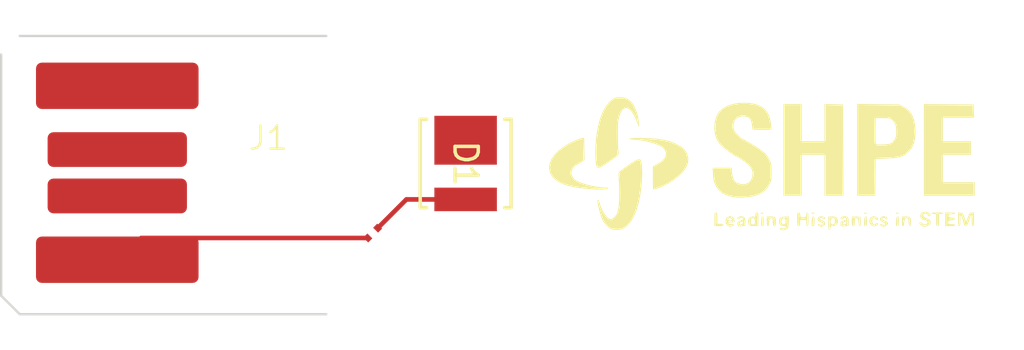
<source format=kicad_pcb>
(kicad_pcb (version 20241229) (generator "pcbnew") (generator_version "9.0")
  (layers (0 "F.Cu" signal) (2 "B.Cu" signal) (13 "F.Paste" user) (15 "B.Paste" user) (5 "F.SilkS" user "F.Silkscreen") (7 "B.SilkS" user "B.Silkscreen") (1 "F.Mask" user) (3 "B.Mask" user) (25 "Edge.Cuts" user))
  (net 0 "")
  (net 1 "Net-(D1-A)")
  (net 2 "GND")
  (net 3 "+5V")
  (footprint "Poop:GREEN_LED_LUXEON 3535L_LUL" (layer "F.Cu") (at 143 59 -90)
    (property "Reference" "D1" (at 0 0 270) (layer "F.SilkS"))
    (property "Value" "LED")
    (fp_line (start -1.905 1.9558) (end 1.905 1.9558) (stroke (width 0.1524)) (layer "F.SilkS"))
    (fp_line (start 1.905 1.9558) (end 1.905 1.67894) (stroke (width 0.1524)) (layer "F.SilkS"))
    (fp_line (start -1.905 1.67894) (end -1.905 1.9558) (stroke (width 0.1524)) (layer "F.SilkS"))
    (fp_line (start 1.905 -1.67894) (end 1.905 -1.9558) (stroke (width 0.1524)) (layer "F.SilkS"))
    (fp_line (start -1.905 -1.9558) (end -1.905 -1.67894) (stroke (width 0.1524)) (layer "F.SilkS"))
    (fp_line (start 1.905 -1.9558) (end -1.905 -1.9558) (stroke (width 0.1524)) (layer "F.SilkS"))
    (pad "1" smd rect (at -1.0033 0 270) (size 2.1082 2.6924) (layers "F.Cu" "F.Mask" "F.Paste") (net 2 "GND"))
    (pad "2" smd rect (at 1.5494 0 270) (size 1.016 2.6924) (layers "F.Cu" "F.Mask" "F.Paste") (net 1 "Net-(D1-A)"))
  )
  (footprint "LOGO" (layer "F.Cu") (at 156 60)
    (property "Reference" "G***" (hide yes))
    (property "Value" "LOGO" (hide yes))
    (fp_poly (pts (xy -0.17571 1.125143) (xy -0.16345 1.144144) (xy -0.190829 1.170703) (xy -0.22883 1.176833) (xy -0.281949 1.163144) (xy -0.294209 1.144144) (xy -0.26683 1.117584) (xy -0.22883 1.111454)) (fill yes) (layer "F.SilkS"))
    (fp_poly (pts (xy 2.014509 1.125143) (xy 2.026769 1.144144) (xy 1.99939 1.170703) (xy 1.961389 1.176833) (xy 1.908269 1.163144) (xy 1.89601 1.144144) (xy 1.923389 1.117584) (xy 1.961389 1.111454)) (fill yes) (layer "F.SilkS"))
    (fp_poly (pts (xy 4.270108 1.125143) (xy 4.282367 1.144144) (xy 4.254988 1.170703) (xy 4.216988 1.176833) (xy 4.163868 1.163144) (xy 4.151608 1.144144) (xy 4.178987 1.117584) (xy 4.216988 1.111454)) (fill yes) (layer "F.SilkS"))
    (fp_poly (pts (xy 5.643081 1.125143) (xy 5.65534 1.144144) (xy 5.627961 1.170703) (xy 5.589961 1.176833) (xy 5.536841 1.163144) (xy 5.524581 1.144144) (xy 5.55196 1.117584) (xy 5.589961 1.111454)) (fill yes) (layer "F.SilkS"))
    (fp_poly (pts (xy -0.18498 1.289088) (xy -0.169693 1.339776) (xy -0.163809 1.439163) (xy -0.16345 1.487387) (xy -0.165747 1.60299) (xy -0.175328 1.66746) (xy -0.196223 1.694964) (xy -0.223926 1.699871) (xy -0.267241 1.684128) (xy -0.279509 1.62626) (xy -0.278682 1.601801) (xy -0.272824 1.496383) (xy -0.26724 1.389317) (xy -0.250542 1.30247) (xy -0.212485 1.274903)) (fill yes) (layer "F.SilkS"))
    (fp_poly (pts (xy 2.000452 1.283109) (xy 2.01781 1.313032) (xy 2.025336 1.383973) (xy 2.026769 1.48499) (xy 2.024847 1.600627) (xy 2.016082 1.665363) (xy 1.995978 1.693632) (xy 1.960037 1.699871) (xy 1.959829 1.699871) (xy 1.923452 1.694132) (xy 1.904615 1.667033) (xy 1.899161 1.603749) (xy 1.902622 1.495888) (xy 1.911842 1.379028) (xy 1.928391 1.31336) (xy 1.95667 1.284761) (xy 1.969562 1.281007)) (fill yes) (layer "F.SilkS"))
    (fp_poly (pts (xy 4.256051 1.283109) (xy 4.273408 1.313032) (xy 4.280935 1.383973) (xy 4.282367 1.48499) (xy 4.280445 1.600627) (xy 4.27168 1.665363) (xy 4.251576 1.693632) (xy 4.215636 1.699871) (xy 4.215428 1.699871) (xy 4.179051 1.694132) (xy 4.160214 1.667033) (xy 4.154759 1.603749) (xy 4.158221 1.495888) (xy 4.16744 1.379028) (xy 4.18399 1.31336) (xy 4.212268 1.284761) (xy 4.22516 1.281007)) (fill yes) (layer "F.SilkS"))
    (fp_poly (pts (xy 5.629024 1.283109) (xy 5.646381 1.313032) (xy 5.653908 1.383973) (xy 5.65534 1.48499) (xy 5.653418 1.600627) (xy 5.644653 1.665363) (xy 5.624549 1.693632) (xy 5.588609 1.699871) (xy 5.588401 1.699871) (xy 5.552024 1.694132) (xy 5.533187 1.667033) (xy 5.527732 1.603749) (xy 5.531194 1.495888) (xy 5.540413 1.379028) (xy 5.556963 1.31336) (xy 5.585241 1.284761) (xy 5.598133 1.281007)) (fill yes) (layer "F.SilkS"))
    (fp_poly (pts (xy -2.189482 1.117244) (xy -2.169868 1.143649) (xy -2.160456 1.204216) (xy -2.157632 1.312495) (xy -2.15753 1.356627) (xy -2.15753 1.601801) (xy -2.02677 1.601801) (xy -1.935849 1.609898) (xy -1.898384 1.636739) (xy -1.896011 1.650836) (xy -1.911074 1.679308) (xy -1.964472 1.694595) (xy -2.068517 1.699774) (xy -2.09215 1.699871) (xy -2.288289 1.699871) (xy -2.288289 1.405662) (xy -2.287197 1.26588) (xy -2.282076 1.179022) (xy -2.270161 1.132644) (xy -2.248688 1.114303) (xy -2.222909 1.111454)) (fill yes) (layer "F.SilkS"))
    (fp_poly (pts (xy 2.852187 -3.556026) (xy 3.252638 -3.546847) (xy 3.261065 -1.577285) (xy 3.269493 0.392277) (xy 2.860615 0.392277) (xy 2.451737 0.392277) (xy 2.451737 -0.490348) (xy 2.451737 -1.372974) (xy 1.961389 -1.372974) (xy 1.471042 -1.372974) (xy 1.471042 -0.490348) (xy 1.471042 0.392277) (xy 1.078764 0.392277) (xy 0.686486 0.392277) (xy 0.686486 -1.585458) (xy 0.686486 -3.563192) (xy 1.078764 -3.563192) (xy 1.471042 -3.563192) (xy 1.471042 -2.762291) (xy 1.471042 -1.961391) (xy 1.961389 -1.961391) (xy 2.451737 -1.961391) (xy 2.451737 -2.763298) (xy 2.451737 -3.565205)) (fill yes) (layer "F.SilkS"))
    (fp_poly (pts (xy 7.804697 -3.555467) (xy 8.875289 -3.546847) (xy 8.884734 -3.260811) (xy 8.894179 -2.974775) (xy 8.222765 -2.974775) (xy 7.551351 -2.974775) (xy 7.551351 -2.468083) (xy 7.551351 -1.961391) (xy 8.156113 -1.961391) (xy 8.760874 -1.961391) (xy 8.760874 -1.667182) (xy 8.760874 -1.372974) (xy 8.156113 -1.372974) (xy 7.551351 -1.372974) (xy 7.551351 -0.784557) (xy 7.551351 -0.19614) (xy 8.237837 -0.19614) (xy 8.924324 -0.19614) (xy 8.924324 0.098069) (xy 8.924324 0.392277) (xy 7.829214 0.392277) (xy 6.734105 0.392277) (xy 6.734105 -1.585904) (xy 6.734105 -3.564086)) (fill yes) (layer "F.SilkS"))
    (fp_poly (pts (xy 3.816537 1.288346) (xy 4.004504 1.291248) (xy 4.014236 1.495559) (xy 4.01681 1.610079) (xy 4.008962 1.673012) (xy 3.988026 1.697692) (xy 3.973374 1.699871) (xy 3.939943 1.681731) (xy 3.92486 1.618986) (xy 3.922779 1.556769) (xy 3.909284 1.448393) (xy 3.874002 1.374189) (xy 3.824744 1.346296) (xy 3.793452 1.355742) (xy 3.773644 1.398188) (xy 3.761333 1.482713) (xy 3.75933 1.538351) (xy 3.755803 1.63568) (xy 3.740869 1.683946) (xy 3.707998 1.69928) (xy 3.69395 1.699871) (xy 3.658215 1.693086) (xy 3.638483 1.662997) (xy 3.630144 1.594996) (xy 3.628571 1.492657) (xy 3.628571 1.285444)) (fill yes) (layer "F.SilkS"))
    (fp_poly (pts (xy 7.452032 1.115277) (xy 7.543042 1.125715) (xy 7.583169 1.141219) (xy 7.58404 1.144144) (xy 7.555634 1.167096) (xy 7.487191 1.176831) (xy 7.485971 1.176833) (xy 7.387901 1.176833) (xy 7.387901 1.438352) (xy 7.386537 1.568652) (xy 7.38025 1.646744) (xy 7.365753 1.685779) (xy 7.33976 1.698908) (xy 7.322522 1.699871) (xy 7.289947 1.694411) (xy 7.270424 1.669264) (xy 7.260665 1.611278) (xy 7.257383 1.507303) (xy 7.257142 1.438352) (xy 7.257142 1.176833) (xy 7.159073 1.176833) (xy 7.090215 1.167365) (xy 7.061011 1.14455) (xy 7.061003 1.144144) (xy 7.091589 1.127955) (xy 7.17509 1.116579) (xy 7.299127 1.111563) (xy 7.322522 1.111454)) (fill yes) (layer "F.SilkS"))
    (fp_poly (pts (xy 0.23352 1.283581) (xy 0.309006 1.301016) (xy 0.346176 1.346105) (xy 0.358506 1.430766) (xy 0.359587 1.505935) (xy 0.357148 1.614733) (xy 0.346453 1.673253) (xy 0.322438 1.696517) (xy 0.294208 1.699871) (xy 0.254811 1.691158) (xy 0.235274 1.654264) (xy 0.229067 1.573055) (xy 0.228828 1.538351) (xy 0.222447 1.440645) (xy 0.206199 1.372327) (xy 0.194706 1.355742) (xy 0.14098 1.351856) (xy 0.096786 1.401189) (xy 0.069933 1.491603) (xy 0.065379 1.556769) (xy 0.058608 1.652269) (xy 0.035708 1.694868) (xy 0.016344 1.699871) (xy -0.011413 1.685462) (xy -0.026704 1.634081) (xy -0.032415 1.533489) (xy -0.032691 1.491844) (xy -0.032691 1.283818) (xy 0.106241 1.281882)) (fill yes) (layer "F.SilkS"))
    (fp_poly (pts (xy 6.042334 1.28824) (xy 6.118458 1.304493) (xy 6.137515 1.314407) (xy 6.164166 1.365693) (xy 6.17799 1.450236) (xy 6.179441 1.546677) (xy 6.168971 1.63366) (xy 6.147033 1.689828) (xy 6.129343 1.699871) (xy 6.096619 1.680109) (xy 6.082022 1.613279) (xy 6.080308 1.556769) (xy 6.067677 1.444701) (xy 6.034659 1.372379) (xy 5.988566 1.347963) (xy 5.936709 1.379615) (xy 5.929666 1.388627) (xy 5.89922 1.462455) (xy 5.884436 1.561515) (xy 5.884169 1.575359) (xy 5.87523 1.663909) (xy 5.845968 1.698545) (xy 5.835134 1.699871) (xy 5.807336 1.685425) (xy 5.792044 1.633928) (xy 5.786363 1.533138) (xy 5.7861 1.492564) (xy 5.7861 1.285258) (xy 5.941376 1.282892)) (fill yes) (layer "F.SilkS"))
    (fp_poly (pts (xy 4.664227 1.29426) (xy 4.737526 1.341623) (xy 4.772264 1.400929) (xy 4.772715 1.407997) (xy 4.749588 1.435988) (xy 4.697499 1.432664) (xy 4.642391 1.40221) (xy 4.626001 1.384323) (xy 4.577843 1.348075) (xy 4.537838 1.369569) (xy 4.514255 1.44117) (xy 4.511196 1.490342) (xy 4.52544 1.565768) (xy 4.559174 1.620481) (xy 4.598905 1.641644) (xy 4.631139 1.61642) (xy 4.634547 1.607682) (xy 4.668315 1.578804) (xy 4.722801 1.569564) (xy 4.765702 1.582271) (xy 4.772715 1.597798) (xy 4.743765 1.647728) (xy 4.669659 1.695003) (xy 4.622575 1.712787) (xy 4.535481 1.706031) (xy 4.467298 1.665381) (xy 4.401442 1.580681) (xy 4.382484 1.481556) (xy 4.405462 1.385821) (xy 4.465411 1.31129) (xy 4.557368 1.275778) (xy 4.576095 1.274903)) (fill yes) (layer "F.SilkS"))
    (fp_poly (pts (xy 2.884778 1.285825) (xy 2.949081 1.307078) (xy 2.990572 1.349422) (xy 3.035736 1.458687) (xy 3.027008 1.563088) (xy 2.971772 1.64692) (xy 2.877409 1.694481) (xy 2.825816 1.699871) (xy 2.749246 1.706217) (xy 2.71824 1.734607) (xy 2.713255 1.781595) (xy 2.696205 1.847324) (xy 2.664221 1.86332) (xy 2.640102 1.851725) (xy 2.625165 1.809441) (xy 2.6175 1.725223) (xy 2.615196 1.587822) (xy 2.615186 1.574688) (xy 2.615186 1.497134) (xy 2.712338 1.497134) (xy 2.724193 1.570365) (xy 2.765919 1.61979) (xy 2.819351 1.628611) (xy 2.876683 1.601687) (xy 2.900404 1.531597) (xy 2.901566 1.520077) (xy 2.896408 1.416087) (xy 2.863493 1.356478) (xy 2.8088 1.349662) (xy 2.787738 1.359966) (xy 2.732728 1.420275) (xy 2.712338 1.497134) (xy 2.615186 1.497134) (xy 2.615186 1.286055) (xy 2.778088 1.282345)) (fill yes) (layer "F.SilkS"))
    (fp_poly (pts (xy 2.421681 1.296049) (xy 2.475905 1.332231) (xy 2.484427 1.35725) (xy 2.460748 1.397224) (xy 2.411199 1.402786) (xy 2.370012 1.372972) (xy 2.326202 1.342915) (xy 2.277225 1.348793) (xy 2.255598 1.384588) (xy 2.283762 1.422585) (xy 2.352504 1.456349) (xy 2.36184 1.459181) (xy 2.441485 1.495901) (xy 2.475002 1.556871) (xy 2.478424 1.578308) (xy 2.472204 1.650623) (xy 2.420259 1.692687) (xy 2.402744 1.699855) (xy 2.321949 1.726714) (xy 2.270007 1.725546) (xy 2.215733 1.694201) (xy 2.20469 1.686199) (xy 2.164225 1.639064) (xy 2.175575 1.610124) (xy 2.225357 1.612692) (xy 2.260938 1.63024) (xy 2.332059 1.653788) (xy 2.361211 1.640023) (xy 2.377897 1.590573) (xy 2.344828 1.549206) (xy 2.292896 1.536422) (xy 2.216138 1.512694) (xy 2.169241 1.455209) (xy 2.15665 1.384517) (xy 2.182806 1.321165) (xy 2.239253 1.288327) (xy 2.335658 1.279407)) (fill yes) (layer "F.SilkS"))
    (fp_poly (pts (xy 5.099656 1.289827) (xy 5.113285 1.294745) (xy 5.156423 1.332206) (xy 5.160681 1.378219) (xy 5.125388 1.405014) (xy 5.115958 1.405662) (xy 5.072456 1.388011) (xy 5.066923 1.372972) (xy 5.039544 1.346412) (xy 5.001544 1.340283) (xy 4.946184 1.355656) (xy 4.940621 1.391542) (xy 4.979986 1.43259) (xy 5.038999 1.458387) (xy 5.12248 1.49671) (xy 5.17793 1.546888) (xy 5.193974 1.597952) (xy 5.163005 1.646307) (xy 5.136854 1.669229) (xy 5.036635 1.725131) (xy 4.941894 1.718437) (xy 4.885256 1.686199) (xy 4.845048 1.63882) (xy 4.856732 1.609508) (xy 4.906924 1.612593) (xy 4.93898 1.628663) (xy 5.009462 1.652507) (xy 5.057219 1.632735) (xy 5.066923 1.600311) (xy 5.039716 1.569368) (xy 4.972333 1.530925) (xy 4.952509 1.522183) (xy 4.868469 1.466571) (xy 4.838625 1.402477) (xy 4.8549 1.341329) (xy 4.909215 1.294552) (xy 4.993493 1.273576)) (fill yes) (layer "F.SilkS"))
    (fp_poly (pts (xy -0.426444 1.116422) (xy -0.407117 1.13967) (xy -0.396861 1.193712) (xy -0.392864 1.291063) (xy -0.392279 1.402148) (xy -0.392279 1.692843) (xy -0.589507 1.695619) (xy -0.700082 1.694943) (xy -0.763451 1.68457) (xy -0.797712 1.657904) (xy -0.819686 1.61173) (xy -0.833999 1.52993) (xy -0.717814 1.52993) (xy -0.705434 1.599473) (xy -0.696005 1.614077) (xy -0.648005 1.629004) (xy -0.606108 1.627697) (xy -0.558665 1.605382) (xy -0.540636 1.544969) (xy -0.539383 1.507294) (xy -0.555051 1.419637) (xy -0.593466 1.360231) (xy -0.641743 1.340807) (xy -0.686917 1.372972) (xy -0.711227 1.443412) (xy -0.717814 1.52993) (xy -0.833999 1.52993) (xy -0.84078 1.491179) (xy -0.815357 1.387352) (xy -0.75236 1.313488) (xy -0.660735 1.282828) (xy -0.601718 1.289091) (xy -0.546533 1.29518) (xy -0.52573 1.26371) (xy -0.523038 1.210146) (xy -0.512907 1.138084) (xy -0.475129 1.112545) (xy -0.457658 1.111454)) (fill yes) (layer "F.SilkS"))
    (fp_poly (pts (xy 8.002374 1.116896) (xy 8.07923 1.13055) (xy 8.104707 1.148402) (xy 8.074692 1.166443) (xy 7.985073 1.180659) (xy 7.951801 1.183215) (xy 7.856079 1.193769) (xy 7.809686 1.214474) (xy 7.796615 1.253097) (xy 7.796524 1.258558) (xy 7.808509 1.301624) (xy 7.855378 1.324211) (xy 7.935456 1.33399) (xy 8.035612 1.351514) (xy 8.074008 1.384757) (xy 8.074388 1.389317) (xy 8.042849 1.424238) (xy 7.949365 1.443515) (xy 7.935456 1.444645) (xy 7.844754 1.457147) (xy 7.800798 1.484158) (xy 7.786078 1.528249) (xy 7.78796 1.58684) (xy 7.802423 1.605447) (xy 7.849937 1.609354) (xy 7.9342 1.614474) (xy 7.957955 1.615737) (xy 8.042862 1.628883) (xy 8.094521 1.653343) (xy 8.099611 1.661126) (xy 8.083999 1.68313) (xy 8.015256 1.695701) (xy 7.887583 1.699864) (xy 7.880973 1.699871) (xy 7.64942 1.699871) (xy 7.64942 1.405662) (xy 7.64942 1.111454) (xy 7.878249 1.111454)) (fill yes) (layer "F.SilkS"))
    (fp_poly (pts (xy -1.509675 1.294172) (xy -1.451918 1.358735) (xy -1.421093 1.446707) (xy -1.410902 1.500985) (xy -1.426172 1.527265) (xy -1.481711 1.535699) (xy -1.551948 1.536422) (xy -1.650214 1.54238) (xy -1.690579 1.56153) (xy -1.690862 1.577284) (xy -1.649539 1.604442) (xy -1.563167 1.611264) (xy -1.557379 1.610951) (xy -1.47078 1.615884) (xy -1.440536 1.640628) (xy -1.470259 1.679499) (xy -1.501584 1.698721) (xy -1.600787 1.729743) (xy -1.696001 1.703937) (xy -1.709857 1.696238) (xy -1.781928 1.619876) (xy -1.810782 1.513103) (xy -1.795087 1.4145) (xy -1.779317 1.38612) (xy -1.687325 1.38612) (xy -1.685374 1.435364) (xy -1.685287 1.435504) (xy -1.639215 1.466728) (xy -1.580682 1.466694) (xy -1.540484 1.438405) (xy -1.536423 1.420981) (xy -1.56296 1.366978) (xy -1.587655 1.351261) (xy -1.647107 1.351489) (xy -1.687325 1.38612) (xy -1.779317 1.38612) (xy -1.744356 1.323205) (xy -1.670282 1.282213) (xy -1.597633 1.275403)) (fill yes) (layer "F.SilkS"))
    (fp_poly (pts (xy 1.7414 1.124553) (xy 1.755796 1.170965) (xy 1.763178 1.261361) (xy 1.76525 1.405662) (xy 1.763339 1.549195) (xy 1.756365 1.638599) (xy 1.742466 1.685049) (xy 1.719779 1.699716) (xy 1.716216 1.699871) (xy 1.68212 1.678279) (xy 1.668071 1.606704) (xy 1.667181 1.569111) (xy 1.667181 1.438352) (xy 1.536421 1.438352) (xy 1.405662 1.438352) (xy 1.405662 1.569111) (xy 1.400179 1.654659) (xy 1.378019 1.692468) (xy 1.340282 1.699871) (xy 1.30922 1.694955) (xy 1.289918 1.671911) (xy 1.279612 1.618296) (xy 1.275536 1.521665) (xy 1.274903 1.405662) (xy 1.276067 1.265701) (xy 1.281338 1.178711) (xy 1.293382 1.132301) (xy 1.314866 1.114078) (xy 1.338211 1.111454) (xy 1.386165 1.12979) (xy 1.408986 1.19443) (xy 1.411763 1.217696) (xy 1.425164 1.289273) (xy 1.460845 1.318479) (xy 1.536421 1.323938) (xy 1.614087 1.317903) (xy 1.648482 1.287385) (xy 1.661079 1.217696) (xy 1.682048 1.138273) (xy 1.718287 1.111454)) (fill yes) (layer "F.SilkS"))
    (fp_poly (pts (xy -1.033426 1.291988) (xy -0.978504 1.348922) (xy -0.952252 1.454218) (xy -0.948006 1.550251) (xy -0.951538 1.641842) (xy -0.967783 1.685051) (xy -1.005213 1.696739) (xy -1.021558 1.69663) (xy -1.114771 1.704453) (xy -1.162773 1.715614) (xy -1.240221 1.712238) (xy -1.271525 1.687598) (xy -1.308684 1.604015) (xy -1.301668 1.579939) (xy -1.203926 1.579939) (xy -1.19844 1.623773) (xy -1.147904 1.630104) (xy -1.139215 1.628973) (xy -1.07491 1.597635) (xy -1.051674 1.558284) (xy -1.05716 1.514449) (xy -1.107696 1.508119) (xy -1.116385 1.509249) (xy -1.18069 1.540587) (xy -1.203926 1.579939) (xy -1.301668 1.579939) (xy -1.286388 1.527501) (xy -1.210314 1.470779) (xy -1.168662 1.457104) (xy -1.079513 1.428869) (xy -1.050256 1.398387) (xy -1.075676 1.357439) (xy -1.094723 1.340604) (xy -1.137712 1.318489) (xy -1.163472 1.352611) (xy -1.1636 1.352946) (xy -1.199245 1.388961) (xy -1.253507 1.405972) (xy -1.297751 1.398696) (xy -1.307594 1.37951) (xy -1.278209 1.32343) (xy -1.202401 1.285362) (xy -1.122412 1.274903)) (fill yes) (layer "F.SilkS"))
    (fp_poly (pts (xy 0.915315 1.517004) (xy 0.909519 1.652021) (xy 0.893869 1.756395) (xy 0.874452 1.807597) (xy 0.807314 1.853856) (xy 0.706539 1.88017) (xy 0.602563 1.879605) (xy 0.580244 1.874624) (xy 0.536066 1.842612) (xy 0.524055 1.797918) (xy 0.548309 1.767839) (xy 0.563899 1.765751) (xy 0.626273 1.782671) (xy 0.6527 1.796571) (xy 0.715033 1.804521) (xy 0.76814 1.767386) (xy 0.784555 1.717875) (xy 0.756303 1.691645) (xy 0.691757 1.692124) (xy 0.589254 1.679458) (xy 0.51803 1.615488) (xy 0.493158 1.521936) (xy 0.594222 1.521936) (xy 0.620529 1.587425) (xy 0.627644 1.595263) (xy 0.663943 1.628332) (xy 0.695788 1.6285) (xy 0.732847 1.614649) (xy 0.771637 1.569587) (xy 0.783473 1.493719) (xy 0.767608 1.416133) (xy 0.738984 1.375847) (xy 0.68348 1.359153) (xy 0.63479 1.389882) (xy 0.602007 1.450116) (xy 0.594222 1.521936) (xy 0.493158 1.521936) (xy 0.490375 1.511467) (xy 0.490347 1.507645) (xy 0.509218 1.397914) (xy 0.570633 1.328913) (xy 0.681792 1.294513) (xy 0.747366 1.2888) (xy 0.915315 1.281254)) (fill yes) (layer "F.SilkS"))
    (fp_poly (pts (xy 3.409119 1.285715) (xy 3.458584 1.314131) (xy 3.480894 1.367398) (xy 3.495104 1.460814) (xy 3.497811 1.526615) (xy 3.495401 1.627309) (xy 3.483231 1.678902) (xy 3.453895 1.697626) (xy 3.41876 1.699871) (xy 3.338342 1.704839) (xy 3.296174 1.71233) (xy 3.22793 1.715401) (xy 3.193565 1.709574) (xy 3.151658 1.679504) (xy 3.14307 1.609254) (xy 3.14453 1.590872) (xy 3.146982 1.579939) (xy 3.241891 1.579939) (xy 3.247378 1.623773) (xy 3.297913 1.630104) (xy 3.306603 1.628973) (xy 3.370908 1.597635) (xy 3.394144 1.558284) (xy 3.388657 1.514449) (xy 3.338122 1.508119) (xy 3.329432 1.509249) (xy 3.265127 1.540587) (xy 3.241891 1.579939) (xy 3.146982 1.579939) (xy 3.16052 1.519578) (xy 3.203836 1.480436) (xy 3.277155 1.457104) (xy 3.366304 1.428869) (xy 3.395561 1.398387) (xy 3.370142 1.357439) (xy 3.351094 1.340604) (xy 3.308105 1.318489) (xy 3.282346 1.352611) (xy 3.282217 1.352946) (xy 3.243687 1.393225) (xy 3.188842 1.404317) (xy 3.146176 1.384799) (xy 3.138223 1.360125) (xy 3.166476 1.313741) (xy 3.236138 1.283711) (xy 3.324567 1.273285)) (fill yes) (layer "F.SilkS"))
    (fp_poly (pts (xy 6.890107 1.097356) (xy 6.971938 1.143218) (xy 7.022133 1.201479) (xy 7.028313 1.227722) (xy 7.001096 1.265971) (xy 6.962934 1.274903) (xy 6.909928 1.255404) (xy 6.897554 1.228071) (xy 6.870347 1.182368) (xy 6.809672 1.155403) (xy 6.746947 1.157901) (xy 6.727749 1.170114) (xy 6.701378 1.231355) (xy 6.734834 1.294452) (xy 6.823189 1.352241) (xy 6.864864 1.369409) (xy 6.956646 1.408997) (xy 7.002623 1.45099) (xy 7.020536 1.513184) (xy 7.022075 1.52714) (xy 7.018821 1.605716) (xy 6.978005 1.655847) (xy 6.933801 1.681686) (xy 6.804643 1.726085) (xy 6.684432 1.715105) (xy 6.668725 1.709874) (xy 6.607854 1.669743) (xy 6.555931 1.609153) (xy 6.537966 1.562863) (xy 6.561585 1.537778) (xy 6.613114 1.53988) (xy 6.66356 1.564159) (xy 6.681387 1.587646) (xy 6.72477 1.62519) (xy 6.793341 1.629319) (xy 6.858781 1.604188) (xy 6.892318 1.556684) (xy 6.878091 1.487875) (xy 6.810792 1.447035) (xy 6.744612 1.438853) (xy 6.652958 1.411965) (xy 6.593719 1.345988) (xy 6.573379 1.260716) (xy 6.598426 1.175947) (xy 6.643309 1.129652) (xy 6.73124 1.090001) (xy 6.799485 1.078764)) (fill yes) (layer "F.SilkS"))
    (fp_poly (pts (xy -7.885559 -1.628085) (xy -7.876523 -1.147676) (xy -7.999389 -1.064186) (xy -8.078893 -1.013871) (xy -8.136431 -0.984135) (xy -8.149104 -0.980696) (xy -8.189034 -0.961919) (xy -8.257805 -0.914679) (xy -8.288732 -0.890799) (xy -8.399523 -0.769336) (xy -8.447088 -0.636088) (xy -8.430948 -0.497615) (xy -8.350627 -0.360476) (xy -8.329079 -0.336185) (xy -8.234587 -0.266258) (xy -8.08833 -0.19587) (xy -7.90379 -0.128767) (xy -7.694447 -0.068697) (xy -7.47378 -0.019406) (xy -7.255269 0.01536) (xy -7.052395 0.031854) (xy -7.001826 0.032689) (xy -6.902706 0.040467) (xy -6.856329 0.059586) (xy -6.866495 0.083725) (xy -6.937007 0.106561) (xy -6.955412 0.109882) (xy -7.114777 0.124399) (xy -7.330284 0.124208) (xy -7.604505 0.109236) (xy -7.91094 0.082335) (xy -8.291912 0.031128) (xy -8.613124 -0.041184) (xy -8.877092 -0.135795) (xy -9.086328 -0.253898) (xy -9.243349 -0.396688) (xy -9.350667 -0.565357) (xy -9.369369 -0.609984) (xy -9.408873 -0.801219) (xy -9.385988 -0.998101) (xy -9.30301 -1.196761) (xy -9.162235 -1.393334) (xy -8.965956 -1.583954) (xy -8.716471 -1.764754) (xy -8.664771 -1.796755) (xy -8.495342 -1.892043) (xy -8.322237 -1.977194) (xy -8.161716 -2.045088) (xy -8.030041 -2.088604) (xy -7.972179 -2.099994) (xy -7.894595 -2.108495)) (fill yes) (layer "F.SilkS"))
    (fp_poly (pts (xy -5.463395 -2.104029) (xy -5.086709 -2.093363) (xy -4.764719 -2.068081) (xy -4.488139 -2.027006) (xy -4.247683 -1.968963) (xy -4.151609 -1.937983) (xy -3.915119 -1.843753) (xy -3.733985 -1.742893) (xy -3.598185 -1.627909) (xy -3.497704 -1.491304) (xy -3.461908 -1.422008) (xy -3.408724 -1.234785) (xy -3.419164 -1.042451) (xy -3.491868 -0.847043) (xy -3.625471 -0.650595) (xy -3.818612 -0.455142) (xy -4.069928 -0.262718) (xy -4.355337 -0.087893) (xy -4.438952 -0.046871) (xy -4.551961 0.001728) (xy -4.675922 0.050828) (xy -4.792392 0.093354) (xy -4.882928 0.122229) (xy -4.925219 0.130759) (xy -4.928973 0.099923) (xy -4.932172 0.014832) (xy -4.934575 -0.11339) (xy -4.935942 -0.273622) (xy -4.936165 -0.375269) (xy -4.936165 -0.881297) (xy -4.797234 -0.952058) (xy -4.595644 -1.073044) (xy -4.457102 -1.197978) (xy -4.382128 -1.325747) (xy -4.371243 -1.455241) (xy -4.424965 -1.585348) (xy -4.472611 -1.646315) (xy -4.571029 -1.72264) (xy -4.722086 -1.798294) (xy -4.91312 -1.86935) (xy -5.131473 -1.931879) (xy -5.364483 -1.981954) (xy -5.599491 -2.015647) (xy -5.688032 -2.023433) (xy -5.841168 -2.03745) (xy -5.932076 -2.052509) (xy -5.963869 -2.067489) (xy -5.939662 -2.081276) (xy -5.86257 -2.09275) (xy -5.735707 -2.100795) (xy -5.562188 -2.104292)) (fill yes) (layer "F.SilkS"))
    (fp_poly (pts (xy 4.764542 -3.557714) (xy 5.671685 -3.546847) (xy 5.865888 -3.448778) (xy 6.054476 -3.320168) (xy 6.198944 -3.146399) (xy 6.299939 -2.926112) (xy 6.35811 -2.657948) (xy 6.374389 -2.381629) (xy 6.357764 -2.101615) (xy 6.305513 -1.868947) (xy 6.214482 -1.674228) (xy 6.081522 -1.50806) (xy 6.081403 -1.507941) (xy 5.978207 -1.413908) (xy 5.874331 -1.343149) (xy 5.757541 -1.291866) (xy 5.615599 -1.256264) (xy 5.436271 -1.232547) (xy 5.207319 -1.216916) (xy 5.132303 -1.213457) (xy 4.6583 -1.19318) (xy 4.649547 -0.400451) (xy 4.640793 0.392277) (xy 4.249096 0.392277) (xy 3.8574 0.392277) (xy 3.8574 -1.588151) (xy 3.8574 -2.174708) (xy 4.647354 -2.174708) (xy 4.650129 -2.005784) (xy 4.657817 -1.894649) (xy 4.670599 -1.837586) (xy 4.677379 -1.828942) (xy 4.727615 -1.819761) (xy 4.824995 -1.81742) (xy 4.951708 -1.821287) (xy 5.089945 -1.830731) (xy 5.221899 -1.845119) (xy 5.25096 -1.849284) (xy 5.338986 -1.883326) (xy 5.421076 -1.964564) (xy 5.447099 -2.000177) (xy 5.496602 -2.079319) (xy 5.524949 -2.153401) (xy 5.537827 -2.245664) (xy 5.540925 -2.37935) (xy 5.540926 -2.383539) (xy 5.530676 -2.570762) (xy 5.496263 -2.709962) (xy 5.43219 -2.815771) (xy 5.350675 -2.890111) (xy 5.295108 -2.923788) (xy 5.228268 -2.944428) (xy 5.133278 -2.95497) (xy 4.993261 -2.958354) (xy 4.958397 -2.95843) (xy 4.6583 -2.95843) (xy 4.649312 -2.405137) (xy 4.647354 -2.174708) (xy 3.8574 -2.174708) (xy 3.8574 -3.56858)) (fill yes) (layer "F.SilkS"))
    (fp_poly (pts (xy 8.30848 1.117555) (xy 8.369926 1.129893) (xy 8.410939 1.162516) (xy 8.445585 1.231546) (xy 8.471719 1.304658) (xy 8.50623 1.402706) (xy 8.533067 1.472018) (xy 8.543797 1.493689) (xy 8.560368 1.472169) (xy 8.591876 1.404026) (xy 8.629717 1.308657) (xy 8.672865 1.20095) (xy 8.70815 1.141531) (xy 8.747506 1.116381) (xy 8.79755 1.111454) (xy 8.891634 1.111454) (xy 8.891634 1.405662) (xy 8.889723 1.549195) (xy 8.882749 1.638599) (xy 8.868849 1.685049) (xy 8.846162 1.699716) (xy 8.842599 1.699871) (xy 8.816977 1.687212) (xy 8.801821 1.641399) (xy 8.794831 1.550681) (xy 8.793564 1.449249) (xy 8.790683 1.334556) (xy 8.783039 1.254062) (xy 8.772129 1.221607) (xy 8.769047 1.222641) (xy 8.747843 1.264106) (xy 8.715567 1.350047) (xy 8.67911 1.462077) (xy 8.678193 1.465091) (xy 8.636639 1.587449) (xy 8.599608 1.658039) (xy 8.559692 1.689373) (xy 8.542951 1.693488) (xy 8.500475 1.690097) (xy 8.470806 1.655519) (xy 8.444531 1.575714) (xy 8.433344 1.530039) (xy 8.401747 1.414564) (xy 8.366525 1.313301) (xy 8.349239 1.274903) (xy 8.327589 1.239823) (xy 8.314485 1.240702) (xy 8.307696 1.286097) (xy 8.304993 1.384564) (xy 8.304526 1.446524) (xy 8.301373 1.578448) (xy 8.29205 1.656761) (xy 8.274242 1.693121) (xy 8.254182 1.699871) (xy 8.230332 1.688452) (xy 8.215444 1.646766) (xy 8.207676 1.563668) (xy 8.205181 1.42801) (xy 8.205147 1.403591) (xy 8.205147 1.107311)) (fill yes) (layer "F.SilkS"))
    (fp_poly (pts (xy -5.49312 -1.181331) (xy -5.454131 -1.138791) (xy -5.429808 -1.060286) (xy -5.413829 -0.94629) (xy -5.408483 -0.892216) (xy -5.395383 -0.595391) (xy -5.405863 -0.265621) (xy -5.437569 0.078068) (xy -5.488142 0.416651) (xy -5.555227 0.7311) (xy -5.636468 1.00239) (xy -5.646525 1.029729) (xy -5.75354 1.282759) (xy -5.866127 1.481734) (xy -5.991995 1.637944) (xy -6.138853 1.762678) (xy -6.154355 1.773423) (xy -6.247602 1.827693) (xy -6.340175 1.854614) (xy -6.462405 1.862325) (xy -6.485679 1.862326) (xy -6.604042 1.856023) (xy -6.703521 1.840755) (xy -6.750451 1.825331) (xy -6.867512 1.739953) (xy -6.985741 1.62028) (xy -7.080577 1.49212) (xy -7.099298 1.458803) (xy -7.139952 1.362253) (xy -7.186167 1.225646) (xy -7.232665 1.068271) (xy -7.274163 0.909419) (xy -7.305381 0.768379) (xy -7.321038 0.66444) (xy -7.32191 0.645624) (xy -7.313785 0.573578) (xy -7.29189 0.560174) (xy -7.262049 0.601676) (xy -7.230083 0.69435) (xy -7.226927 0.706551) (xy -7.172882 0.871521) (xy -7.098107 1.032827) (xy -7.010602 1.178681) (xy -6.91837 1.297296) (xy -6.829412 1.376885) (xy -6.752352 1.405662) (xy -6.68628 1.381312) (xy -6.605332 1.320257) (xy -6.530446 1.240496) (xy -6.492303 1.182119) (xy -6.443639 1.040908) (xy -6.40945 0.837617) (xy -6.38981 0.573941) (xy -6.384789 0.251575) (xy -6.394461 -0.127787) (xy -6.418198 -0.552258) (xy -6.41106 -0.594684) (xy -6.378133 -0.642315) (xy -6.310895 -0.703576) (xy -6.200825 -0.786891) (xy -6.129344 -0.837846) (xy -5.922187 -0.98229) (xy -5.761308 -1.088384) (xy -5.640386 -1.156604) (xy -5.553097 -1.187428)) (fill yes) (layer "F.SilkS"))
    (fp_poly (pts (xy -6.15113 -3.836737) (xy -5.992914 -3.771686) (xy -5.859108 -3.657663) (xy -5.745027 -3.49008) (xy -5.645985 -3.264351) (xy -5.603719 -3.138225) (xy -5.580213 -3.045397) (xy -5.558324 -2.930163) (xy -5.540228 -2.809414) (xy -5.528103 -2.700039) (xy -5.524126 -2.618929) (xy -5.530476 -2.582976) (xy -5.532073 -2.582497) (xy -5.550122 -2.610915) (xy -5.584482 -2.68696) (xy -5.629105 -2.796826) (xy -5.651436 -2.854984) (xy -5.749567 -3.076951) (xy -5.852672 -3.241055) (xy -5.95759 -3.34646) (xy -6.061162 -3.39233) (xy -6.160227 -3.377829) (xy -6.251624 -3.302121) (xy -6.332192 -3.16437) (xy -6.375595 -3.046558) (xy -6.401753 -2.952961) (xy -6.420349 -2.85839) (xy -6.432572 -2.749172) (xy -6.439614 -2.611639) (xy -6.442665 -2.432117) (xy -6.443062 -2.271944) (xy -6.441642 -2.073589) (xy -6.438055 -1.885031) (xy -6.432757 -1.721591) (xy -6.4262 -1.598591) (xy -6.421645 -1.5489) (xy -6.412577 -1.476453) (xy -6.411707 -1.422452) (xy -6.426719 -1.377113) (xy -6.465294 -1.330655) (xy -6.535115 -1.273297) (xy -6.643865 -1.195257) (xy -6.766796 -1.109446) (xy -6.94589 -0.986234) (xy -7.080901 -0.898794) (xy -7.179718 -0.84323) (xy -7.250228 -0.815647) (xy -7.30032 -0.812148) (xy -7.336717 -0.827976) (xy -7.366513 -0.88298) (xy -7.389497 -0.99268) (xy -7.405363 -1.146716) (xy -7.413805 -1.33473) (xy -7.414517 -1.546361) (xy -7.407192 -1.77125) (xy -7.391525 -1.999038) (xy -7.375829 -2.151322) (xy -7.310138 -2.559562) (xy -7.216385 -2.920164) (xy -7.095893 -3.230088) (xy -6.94998 -3.486293) (xy -6.779967 -3.685739) (xy -6.670858 -3.774199) (xy -6.586679 -3.823108) (xy -6.497851 -3.848518) (xy -6.377715 -3.857102) (xy -6.338442 -3.857401)) (fill yes) (layer "F.SilkS"))
    (fp_poly (pts (xy -0.882626 -3.619052) (xy -0.590207 -3.580341) (xy -0.35003 -3.503742) (xy -0.159372 -3.386766) (xy -0.015507 -3.226924) (xy 0.084289 -3.021727) (xy 0.14274 -2.768684) (xy 0.153584 -2.672394) (xy 0.172931 -2.451738) (xy -0.235932 -2.451738) (xy -0.644796 -2.451738) (xy -0.666331 -2.63497) (xy -0.690157 -2.782276) (xy -0.725708 -2.880972) (xy -0.78157 -2.947752) (xy -0.849282 -2.990782) (xy -0.989721 -3.0334) (xy -1.138028 -3.029711) (xy -1.275355 -2.984425) (xy -1.382856 -2.902251) (xy -1.419837 -2.848215) (xy -1.463556 -2.703883) (xy -1.464834 -2.542879) (xy -1.439297 -2.437876) (xy -1.404542 -2.381284) (xy -1.340484 -2.302225) (xy -1.261371 -2.215612) (xy -1.181453 -2.13636) (xy -1.114977 -2.079384) (xy -1.077784 -2.05946) (xy -1.034592 -2.043021) (xy -0.949201 -1.99877) (xy -0.834369 -1.934311) (xy -0.702855 -1.857246) (xy -0.567418 -1.775177) (xy -0.440816 -1.695707) (xy -0.335808 -1.626438) (xy -0.266456 -1.576027) (xy -0.139397 -1.468896) (xy -0.050133 -1.378631) (xy 0.017736 -1.285535) (xy 0.080616 -1.169908) (xy 0.09317 -1.144145) (xy 0.133112 -1.054358) (xy 0.158367 -0.972728) (xy 0.172036 -0.879985) (xy 0.177219 -0.756857) (xy 0.177322 -0.621107) (xy 0.173 -0.444205) (xy 0.161482 -0.315893) (xy 0.140473 -0.219567) (xy 0.111848 -0.147105) (xy -0.008964 0.058828) (xy -0.152649 0.211844) (xy -0.331936 0.322186) (xy -0.559552 0.400096) (xy -0.572073 0.403236) (xy -0.775715 0.441905) (xy -1.000393 0.465647) (xy -1.219472 0.472731) (xy -1.406314 0.461426) (xy -1.425696 0.458692) (xy -1.685639 0.401929) (xy -1.893534 0.315968) (xy -2.058353 0.195085) (xy -2.189068 0.033559) (xy -2.243921 -0.063209) (xy -2.293138 -0.174109) (xy -2.323738 -0.285531) (xy -2.34125 -0.422255) (xy -2.347886 -0.52904) (xy -2.361666 -0.817246) (xy -1.949044 -0.817246) (xy -1.536423 -0.817246) (xy -1.536423 -0.69242) (xy -1.526638 -0.586249) (xy -1.501782 -0.45764) (xy -1.485302 -0.395451) (xy -1.449333 -0.291325) (xy -1.40695 -0.228035) (xy -1.338591 -0.182371) (xy -1.28435 -0.15703) (xy -1.111674 -0.108049) (xy -0.952918 -0.11447) (xy -0.817741 -0.172231) (xy -0.715802 -0.277267) (xy -0.657777 -0.420651) (xy -0.641016 -0.597954) (xy -0.677484 -0.74947) (xy -0.771894 -0.889398) (xy -0.834151 -0.952012) (xy -0.910987 -1.016157) (xy -1.012174 -1.091868) (xy -1.122677 -1.169001) (xy -1.227457 -1.237414) (xy -1.311478 -1.286963) (xy -1.359703 -1.307504) (xy -1.36129 -1.307594) (xy -1.409843 -1.32757) (xy -1.495243 -1.381189) (xy -1.605182 -1.458991) (xy -1.727351 -1.551513) (xy -1.84944 -1.649295) (xy -1.959141 -1.742874) (xy -2.044143 -1.82279) (xy -2.074484 -1.85579) (xy -2.190275 -2.040979) (xy -2.263304 -2.260277) (xy -2.293582 -2.498341) (xy -2.281115 -2.73983) (xy -2.225913 -2.969401) (xy -2.127984 -3.171713) (xy -2.073711 -3.245348) (xy -1.918073 -3.384259) (xy -1.712756 -3.494545) (xy -1.468367 -3.572877) (xy -1.195516 -3.615926) (xy -0.904809 -3.620365)) (fill yes) (layer "F.SilkS"))
  )
  (footprint "Poop:40-Ohms-RES_ERJ1GNF40R2C" (layer "F.Cu") (at 139 62 45)
    (property "Reference" "R1" (hide yes))
    (property "Value" "40.2" (hide yes))
    (pad "1" smd rect (at -0.3 0 45) (size 0.25 0.3) (layers "F.Cu" "F.Mask" "F.Paste") (net 3 "+5V"))
    (pad "2" smd rect (at 0.3 0 45) (size 0.25 0.3) (layers "F.Cu" "F.Mask" "F.Paste") (net 1 "Net-(D1-A)"))
  )
  (footprint "Connector_USB_PCB_Edge:USB_A_PCB_Edge_no_outline" (layer "F.Cu") (at 134.5 58.4)
    (property "Reference" "J1" (at 0 -0.5 0) (layer "F.SilkS") (effects (font (thickness 0.1))))
    (property "Value" "USB_A")
    (pad "1" smd roundrect (at -6.5 4.75) (size 7 2) (layers "F.Cu" "F.Mask") (roundrect_rratio 0.125) (net 3 "+5V"))
    (pad "2" smd roundrect (at -6.5 2) (size 6 1.5) (layers "F.Cu" "F.Mask") (roundrect_rratio 0.1666666667))
    (pad "3" smd roundrect (at -6.5 0) (size 6 1.5) (layers "F.Cu" "F.Mask") (roundrect_rratio 0.1666666667))
    (pad "4" smd roundrect (at -6.5 -2.75) (size 7 2) (layers "F.Cu" "F.Mask") (roundrect_rratio 0.125) (net 2 "GND"))
  )
  (gr_line (start 137 65.5) (end 123.8 65.5) (stroke (width 0.1)) (layer "Edge.Cuts"))
  (gr_line (start 137 53.5) (end 123.8 53.5) (stroke (width 0.1)) (layer "Edge.Cuts"))
  (gr_line (start 123 54.3) (end 123 64.7) (stroke (width 0.1)) (layer "Edge.Cuts"))
  (gr_line (start 123.8 65.5) (end 123 64.7) (stroke (width 0.1)) (layer "Edge.Cuts"))
  (segment (start 143 60.5494) (end 140.4506 60.5494) (width 0.2) (layer "F.Cu") (net 1))
  (segment (start 140.4506 60.5494) (end 139.212132 61.787868) (width 0.2) (layer "F.Cu") (net 1))
  (segment (start 129.037868 62.212132) (end 128 63.25) (width 0.2) (layer "F.Cu") (net 3))
  (segment (start 138.787868 62.212132) (end 129.037868 62.212132) (width 0.2) (layer "F.Cu") (net 3))
)
</source>
